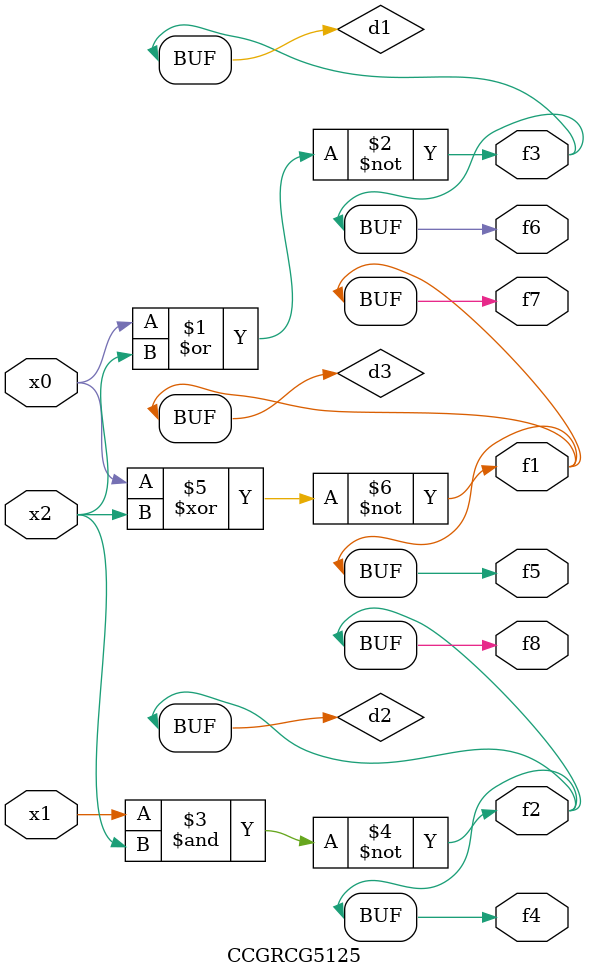
<source format=v>
module CCGRCG5125(
	input x0, x1, x2,
	output f1, f2, f3, f4, f5, f6, f7, f8
);

	wire d1, d2, d3;

	nor (d1, x0, x2);
	nand (d2, x1, x2);
	xnor (d3, x0, x2);
	assign f1 = d3;
	assign f2 = d2;
	assign f3 = d1;
	assign f4 = d2;
	assign f5 = d3;
	assign f6 = d1;
	assign f7 = d3;
	assign f8 = d2;
endmodule

</source>
